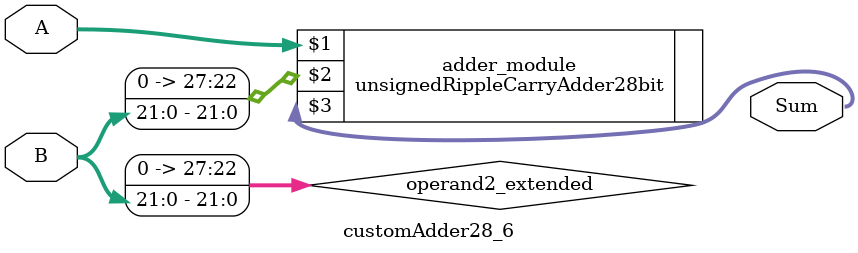
<source format=v>

module customAdder28_6(
                    input [27 : 0] A,
                    input [21 : 0] B,
                    
                    output [28 : 0] Sum
            );

    wire [27 : 0] operand2_extended;
    
    assign operand2_extended =  {6'b0, B};
    
    unsignedRippleCarryAdder28bit adder_module(
        A,
        operand2_extended,
        Sum
    );
    
endmodule
        
</source>
